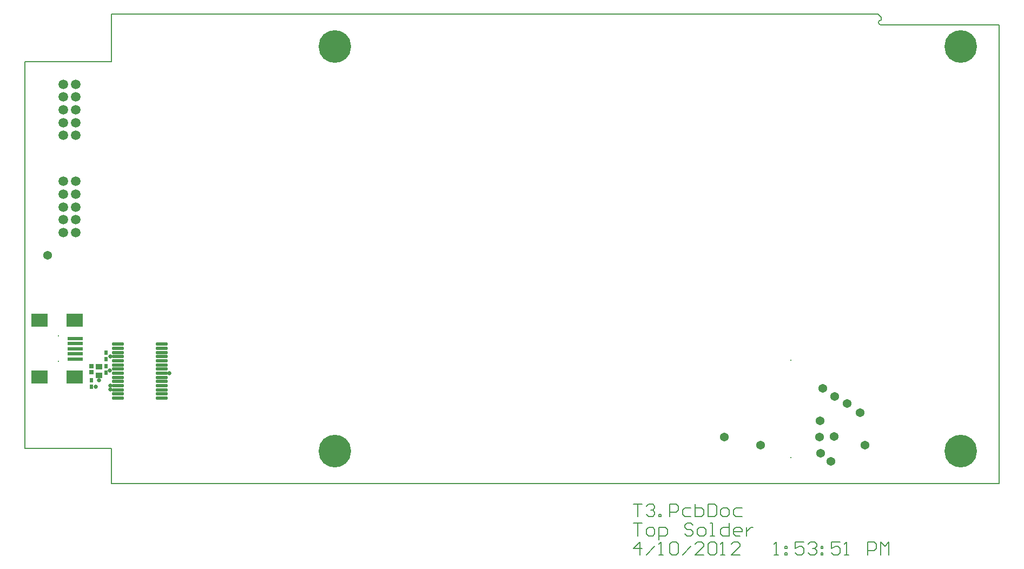
<source format=gts>
%FSLAX44Y44*%
%MOMM*%
G71*
G01*
G75*
G04 Layer_Color=8388736*
%ADD10O,1.8000X0.4500*%
%ADD11R,0.5000X0.6000*%
%ADD12R,0.9000X0.8000*%
%ADD13R,0.6000X0.7000*%
%ADD14R,2.3000X0.5000*%
%ADD15R,2.5000X2.0000*%
%ADD16C,0.3810*%
%ADD17C,0.5080*%
%ADD18C,0.2540*%
%ADD19C,0.1270*%
%ADD20C,0.1524*%
%ADD21C,1.3970*%
%ADD22C,0.1270*%
%ADD23C,5.0000*%
%ADD24C,0.2000*%
%ADD25C,1.2700*%
%ADD26C,0.5588*%
%ADD27R,1.6764X0.7366*%
%ADD28O,1.9016X0.5516*%
%ADD29R,0.6016X0.7016*%
%ADD30R,1.0016X0.9016*%
%ADD31R,0.7016X0.8016*%
%ADD32R,2.4016X0.6016*%
%ADD33R,2.6016X2.1016*%
%ADD34C,1.4986*%
%ADD35C,0.2286*%
%ADD36C,5.1016*%
%ADD37C,0.3016*%
%ADD38C,1.3716*%
%ADD39C,0.6604*%
D19*
X1340000Y725500D02*
G03*
X1340000Y718000I0J-3750D01*
G01*
X1525000Y0D02*
Y718000D01*
X136000Y735000D02*
X1335000D01*
X1340000Y730000D01*
Y725500D02*
Y730000D01*
Y718000D02*
X1525000D01*
X136000Y0D02*
Y55000D01*
X0D02*
X136000D01*
X0D02*
Y660500D01*
X136000D02*
Y735000D01*
X0Y660500D02*
X136000D01*
D20*
X952750Y-61756D02*
X966079D01*
X959415D01*
Y-81750D01*
X976076D02*
X982740D01*
X986073Y-78418D01*
Y-71753D01*
X982740Y-68421D01*
X976076D01*
X972744Y-71753D01*
Y-78418D01*
X976076Y-81750D01*
X992737Y-88414D02*
Y-68421D01*
X1002734D01*
X1006066Y-71753D01*
Y-78418D01*
X1002734Y-81750D01*
X992737D01*
X1046053Y-65089D02*
X1042721Y-61756D01*
X1036057D01*
X1032724Y-65089D01*
Y-68421D01*
X1036057Y-71753D01*
X1042721D01*
X1046053Y-75086D01*
Y-78418D01*
X1042721Y-81750D01*
X1036057D01*
X1032724Y-78418D01*
X1056050Y-81750D02*
X1062715D01*
X1066047Y-78418D01*
Y-71753D01*
X1062715Y-68421D01*
X1056050D01*
X1052718Y-71753D01*
Y-78418D01*
X1056050Y-81750D01*
X1072711D02*
X1079376D01*
X1076044D01*
Y-61756D01*
X1072711D01*
X1102702D02*
Y-81750D01*
X1092705D01*
X1089373Y-78418D01*
Y-71753D01*
X1092705Y-68421D01*
X1102702D01*
X1119363Y-81750D02*
X1112698D01*
X1109366Y-78418D01*
Y-71753D01*
X1112698Y-68421D01*
X1119363D01*
X1122695Y-71753D01*
Y-75086D01*
X1109366D01*
X1129360Y-68421D02*
Y-81750D01*
Y-75086D01*
X1132692Y-71753D01*
X1136024Y-68421D01*
X1139357D01*
X136000Y0D02*
X1525000D01*
X1172750Y-111750D02*
X1179415D01*
X1176082D01*
Y-91756D01*
X1172750Y-95089D01*
X1189411Y-98421D02*
X1192744D01*
Y-101753D01*
X1189411D01*
Y-98421D01*
Y-108418D02*
X1192744D01*
Y-111750D01*
X1189411D01*
Y-108418D01*
X1219402Y-91756D02*
X1206072D01*
Y-101753D01*
X1212737Y-98421D01*
X1216069D01*
X1219402Y-101753D01*
Y-108418D01*
X1216069Y-111750D01*
X1209405D01*
X1206072Y-108418D01*
X1226066Y-95089D02*
X1229398Y-91756D01*
X1236063D01*
X1239395Y-95089D01*
Y-98421D01*
X1236063Y-101753D01*
X1232731D01*
X1236063D01*
X1239395Y-105085D01*
Y-108418D01*
X1236063Y-111750D01*
X1229398D01*
X1226066Y-108418D01*
X1246060Y-98421D02*
X1249392D01*
Y-101753D01*
X1246060D01*
Y-98421D01*
Y-108418D02*
X1249392D01*
Y-111750D01*
X1246060D01*
Y-108418D01*
X1276050Y-91756D02*
X1262721D01*
Y-101753D01*
X1269385Y-98421D01*
X1272718D01*
X1276050Y-101753D01*
Y-108418D01*
X1272718Y-111750D01*
X1266053D01*
X1262721Y-108418D01*
X1282715Y-111750D02*
X1289379D01*
X1286047D01*
Y-91756D01*
X1282715Y-95089D01*
X1319369Y-111750D02*
Y-91756D01*
X1329366D01*
X1332698Y-95089D01*
Y-101753D01*
X1329366Y-105085D01*
X1319369D01*
X1339363Y-111750D02*
Y-91756D01*
X1346027Y-98421D01*
X1352692Y-91756D01*
Y-111750D01*
X962747D02*
Y-91756D01*
X952750Y-101753D01*
X966079D01*
X972744Y-111750D02*
X986073Y-98421D01*
X992737Y-111750D02*
X999402D01*
X996069D01*
Y-91756D01*
X992737Y-95089D01*
X1009398D02*
X1012731Y-91756D01*
X1019395D01*
X1022727Y-95089D01*
Y-108418D01*
X1019395Y-111750D01*
X1012731D01*
X1009398Y-108418D01*
Y-95089D01*
X1029392Y-111750D02*
X1042721Y-98421D01*
X1062714Y-111750D02*
X1049386D01*
X1062714Y-98421D01*
Y-95089D01*
X1059382Y-91756D01*
X1052718D01*
X1049386Y-95089D01*
X1069379D02*
X1072711Y-91756D01*
X1079376D01*
X1082708Y-95089D01*
Y-108418D01*
X1079376Y-111750D01*
X1072711D01*
X1069379Y-108418D01*
Y-95089D01*
X1089373Y-111750D02*
X1096037D01*
X1092705D01*
Y-91756D01*
X1089373Y-95089D01*
X1119363Y-111750D02*
X1106034D01*
X1119363Y-98421D01*
Y-95089D01*
X1116031Y-91756D01*
X1109366D01*
X1106034Y-95089D01*
X952750Y-31756D02*
X966079D01*
X959415D01*
Y-51750D01*
X972744Y-35089D02*
X976076Y-31756D01*
X982740D01*
X986073Y-35089D01*
Y-38421D01*
X982740Y-41753D01*
X979408D01*
X982740D01*
X986073Y-45086D01*
Y-48418D01*
X982740Y-51750D01*
X976076D01*
X972744Y-48418D01*
X992737Y-51750D02*
Y-48418D01*
X996069D01*
Y-51750D01*
X992737D01*
X1009398D02*
Y-31756D01*
X1019395D01*
X1022727Y-35089D01*
Y-41753D01*
X1019395Y-45086D01*
X1009398D01*
X1042721Y-38421D02*
X1032724D01*
X1029392Y-41753D01*
Y-48418D01*
X1032724Y-51750D01*
X1042721D01*
X1049386Y-31756D02*
Y-51750D01*
X1059382D01*
X1062714Y-48418D01*
Y-45086D01*
Y-41753D01*
X1059382Y-38421D01*
X1049386D01*
X1069379Y-31756D02*
Y-51750D01*
X1079376D01*
X1082708Y-48418D01*
Y-35089D01*
X1079376Y-31756D01*
X1069379D01*
X1092705Y-51750D02*
X1099369D01*
X1102702Y-48418D01*
Y-41753D01*
X1099369Y-38421D01*
X1092705D01*
X1089373Y-41753D01*
Y-48418D01*
X1092705Y-51750D01*
X1122695Y-38421D02*
X1112698D01*
X1109366Y-41753D01*
Y-48418D01*
X1112698Y-51750D01*
X1122695D01*
D28*
X146000Y218250D02*
D03*
Y211750D02*
D03*
Y205250D02*
D03*
Y198750D02*
D03*
Y192250D02*
D03*
Y185750D02*
D03*
Y179250D02*
D03*
Y172750D02*
D03*
Y166250D02*
D03*
Y159750D02*
D03*
Y153250D02*
D03*
Y146750D02*
D03*
Y140250D02*
D03*
Y133750D02*
D03*
X214000Y218250D02*
D03*
Y211750D02*
D03*
Y205250D02*
D03*
Y198750D02*
D03*
Y192250D02*
D03*
Y185750D02*
D03*
Y179250D02*
D03*
Y172750D02*
D03*
Y166250D02*
D03*
Y159750D02*
D03*
Y153250D02*
D03*
Y146750D02*
D03*
Y140250D02*
D03*
Y133750D02*
D03*
D29*
X127000Y174000D02*
D03*
Y184000D02*
D03*
X104000Y152000D02*
D03*
Y162000D02*
D03*
X127000Y195000D02*
D03*
Y205000D02*
D03*
D30*
X116000Y169000D02*
D03*
Y183000D02*
D03*
D31*
X104000Y183500D02*
D03*
Y174500D02*
D03*
D32*
X79000Y227000D02*
D03*
Y219000D02*
D03*
Y211000D02*
D03*
Y203000D02*
D03*
Y195000D02*
D03*
D33*
X78000Y166500D02*
D03*
X23000D02*
D03*
Y255500D02*
D03*
X78000D02*
D03*
D34*
X60000Y625000D02*
D03*
X80000D02*
D03*
X60000Y605000D02*
D03*
X80000D02*
D03*
X60000Y585000D02*
D03*
X80000D02*
D03*
X60000Y565000D02*
D03*
X80000D02*
D03*
X60000Y545000D02*
D03*
X80000D02*
D03*
Y393000D02*
D03*
X60000D02*
D03*
X80000Y413000D02*
D03*
X60000D02*
D03*
X80000Y433000D02*
D03*
X60000D02*
D03*
X80000Y453000D02*
D03*
X60000D02*
D03*
X80000Y473000D02*
D03*
X60000D02*
D03*
D35*
X1198680Y41100D02*
D03*
Y193500D02*
D03*
D36*
X485000Y51250D02*
D03*
Y683750D02*
D03*
X1465000D02*
D03*
Y51250D02*
D03*
D37*
X53000Y231000D02*
D03*
Y191000D02*
D03*
D38*
X1248950Y149050D02*
D03*
X1267650Y136350D02*
D03*
X1287000Y125000D02*
D03*
X1307050Y110950D02*
D03*
X1315000Y60000D02*
D03*
X1244750Y98250D02*
D03*
X1244000Y73000D02*
D03*
X1267000Y74000D02*
D03*
X1152000Y60000D02*
D03*
X1095150Y72850D02*
D03*
X36000Y357000D02*
D03*
X1245550Y47450D02*
D03*
X1262000Y35000D02*
D03*
D39*
X133750Y198750D02*
D03*
X133000Y177000D02*
D03*
X134000Y153000D02*
D03*
Y147000D02*
D03*
X226000Y173000D02*
D03*
X111000Y152000D02*
D03*
X116000Y162000D02*
D03*
M02*

</source>
